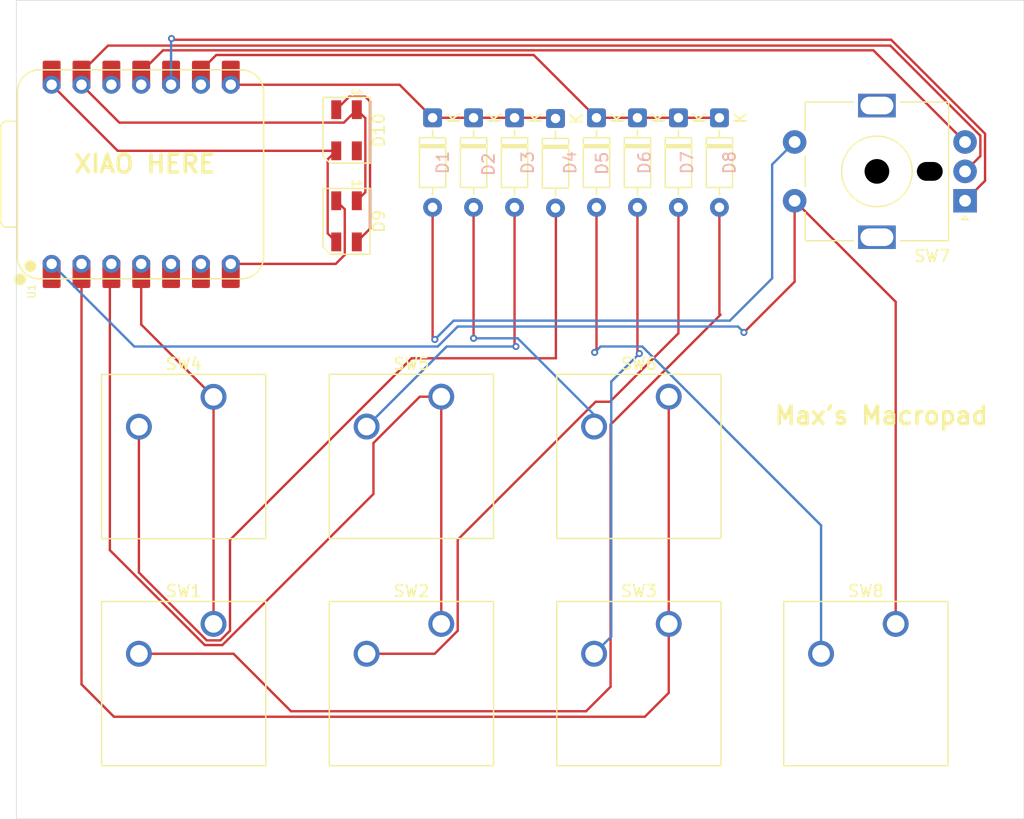
<source format=kicad_pcb>
(kicad_pcb (version 20241229) (generator "pcbnew") (generator_version "9.0")
  (layers (0 "F.Cu" signal) (2 "B.Cu" signal) (13 "F.Paste" user) (15 "B.Paste" user) (5 "F.SilkS" user "F.Silkscreen") (7 "B.SilkS" user "B.Silkscreen") (1 "F.Mask" user) (3 "B.Mask" user) (25 "Edge.Cuts" user))
  (net 0 "")
  (net 1 "Net-(D1-K)")
  (net 2 "Net-(D1-A)")
  (net 3 "Net-(D2-A)")
  (net 4 "Net-(D3-A)")
  (net 5 "Net-(D4-A)")
  (net 6 "Net-(D5-K)")
  (net 7 "Net-(D5-A)")
  (net 8 "Net-(D6-A)")
  (net 9 "Net-(D7-A)")
  (net 10 "Net-(D8-A)")
  (net 11 "Net-(D10-DIN)")
  (net 12 "Net-(D9-DIN)")
  (net 13 "GND")
  (net 14 "+5V")
  (net 16 "Net-(U1-GPIO29{slash}ADC3{slash}A3)")
  (net 17 "Net-(U1-GPIO28{slash}ADC2{slash}A2)")
  (net 18 "Net-(U1-GPIO27{slash}ADC1{slash}A1)")
  (net 19 "Net-(U1-GPIO4{slash}MISO)")
  (net 20 "Net-(U1-GPIO26{slash}ADC0{slash}A0)")
  (net 21 "Net-(U1-GPIO3{slash}MOSI)")
  (footprint "Button_Switch_Keyboard:SW_Cherry_MX_1.00u_PCB" (layer "F.Cu") (at 34.77375 68)
    (property "Reference" "SW1" (at -2.54 -2.794 0) (layer "F.SilkS"))
    (property "Value" "SW_Push")
    (fp_line (start -9.525 -1.905) (end 4.445 -1.905) (stroke (width 0.12)) (layer "F.SilkS"))
    (fp_line (start -9.525 12.065) (end -9.525 -1.905) (stroke (width 0.12)) (layer "F.SilkS"))
    (fp_line (start 4.445 -1.905) (end 4.445 12.065) (stroke (width 0.12)) (layer "F.SilkS"))
    (fp_line (start 4.445 12.065) (end -9.525 12.065) (stroke (width 0.12)) (layer "F.SilkS"))
    (pad "" np_thru_hole circle (at -7.62 5.08) (size 1.7 1.7) (drill 1.7) (layers "*.Cu" "*.Mask"))
    (pad "" np_thru_hole circle (at -2.54 5.08) (size 4 4) (drill 4) (layers "*.Cu" "*.Mask"))
    (pad "" np_thru_hole circle (at 2.54 5.08) (size 1.7 1.7) (drill 1.7) (layers "*.Cu" "*.Mask"))
    (pad "1" thru_hole circle (at 0 0) (size 2.2 2.2) (drill 1.5) (layers "*.Cu" "*.Mask") (net 16 "Net-(U1-GPIO29{slash}ADC3{slash}A3)"))
    (pad "2" thru_hole circle (at -6.35 2.54) (size 2.2 2.2) (drill 1.5) (layers "*.Cu" "*.Mask") (net 2 "Net-(D1-A)"))
  )
  (footprint "LED_SMD:LED_SK6812MINI_PLCC4_3.5x3.5mm_P1.75mm" (layer "F.Cu") (at 46.0875 26 -90)
    (property "Reference" "D10" (at 0 -2.75 90) (layer "F.SilkS"))
    (property "Value" "SK6812")
    (fp_line (start -2.8 2) (end 2.2 2) (stroke (width 0.12)) (layer "F.SilkS"))
    (fp_line (start 2.8 1.4) (end 2.2 2) (stroke (width 0.12)) (layer "F.SilkS"))
    (fp_line (start 2.8 1.4) (end 2.8 -2) (stroke (width 0.12)) (layer "F.SilkS"))
    (fp_line (start -2.8 -2) (end -2.8 2) (stroke (width 0.12)) (layer "F.SilkS"))
    (fp_line (start -2.8 -2) (end 2.8 -2) (stroke (width 0.12)) (layer "F.SilkS"))
    (fp_text user "1" (at -3.2 -0.875 270) (layer "F.SilkS") (effects (font (size 0.8 0.8))))
    (pad "1" smd rect (at -1.75 -0.875 270) (size 1.6 0.85) (layers "F.Cu" "F.Mask" "F.Paste") (net 13 "GND"))
    (pad "2" smd rect (at -1.75 0.875 270) (size 1.6 0.85) (layers "F.Cu" "F.Mask" "F.Paste") (net 11 "Net-(D10-DIN)"))
    (pad "3" smd rect (at 1.75 0.875 270) (size 1.6 0.85) (layers "F.Cu" "F.Mask" "F.Paste") (net 14 "+5V"))
    (pad "4" smd rect (at 1.75 -0.875 270) (size 1.6 0.85) (layers "F.Cu" "F.Mask" "F.Paste"))
  )
  (footprint "Diode_THT:D_DO-35_SOD27_P7.62mm_Horizontal" (layer "F.Cu") (at 70.841071 24.94 -90)
    (property "Reference" "D3" (at 3.81 9.34 90) (layer "B.SilkS"))
    (property "Value" "1N4148" (hide yes))
    (fp_line (start 1.04 0) (end 1.69 0) (stroke (width 0.12)) (layer "F.SilkS"))
    (fp_line (start 6.58 0) (end 5.93 0) (stroke (width 0.12)) (layer "F.SilkS"))
    (fp_line (start 2.29 -1.12) (end 2.29 1.12) (stroke (width 0.12)) (layer "F.SilkS"))
    (fp_line (start 2.41 -1.12) (end 2.41 1.12) (stroke (width 0.12)) (layer "F.SilkS"))
    (fp_line (start 2.53 -1.12) (end 2.53 1.12) (stroke (width 0.12)) (layer "F.SilkS"))
    (fp_rect (start 1.69 -1.12) (end 5.93 1.12) (stroke (width 0.12)) (fill no) (layer "F.SilkS"))
    (fp_text user "K" (at 0 -1.8 90) (layer "F.SilkS"))
    (pad "1" thru_hole roundrect (at 0 0 270) (size 1.6 1.6) (drill 0.8) (layers "*.Cu" "*.Mask") (roundrect_rratio 0.15625) (net 1 "Net-(D1-K)"))
    (pad "2" thru_hole circle (at 7.62 0 270) (size 1.6 1.6) (drill 0.8) (layers "*.Cu" "*.Mask") (net 4 "Net-(D3-A)"))
  )
  (footprint "Button_Switch_Keyboard:SW_Cherry_MX_1.00u_PCB" (layer "F.Cu") (at 54.1475 48.67)
    (property "Reference" "SW5" (at -2.54 -2.794 0) (layer "F.SilkS"))
    (property "Value" "SW_Push")
    (fp_line (start -9.525 -1.905) (end 4.445 -1.905) (stroke (width 0.12)) (layer "F.SilkS"))
    (fp_line (start -9.525 12.065) (end -9.525 -1.905) (stroke (width 0.12)) (layer "F.SilkS"))
    (fp_line (start 4.445 -1.905) (end 4.445 12.065) (stroke (width 0.12)) (layer "F.SilkS"))
    (fp_line (start 4.445 12.065) (end -9.525 12.065) (stroke (width 0.12)) (layer "F.SilkS"))
    (pad "" np_thru_hole circle (at -7.62 5.08) (size 1.7 1.7) (drill 1.7) (layers "*.Cu" "*.Mask"))
    (pad "" np_thru_hole circle (at -2.54 5.08) (size 4 4) (drill 4) (layers "*.Cu" "*.Mask"))
    (pad "" np_thru_hole circle (at 2.54 5.08) (size 1.7 1.7) (drill 1.7) (layers "*.Cu" "*.Mask"))
    (pad "1" thru_hole circle (at 0 0) (size 2.2 2.2) (drill 1.5) (layers "*.Cu" "*.Mask") (net 17 "Net-(U1-GPIO28{slash}ADC2{slash}A2)"))
    (pad "2" thru_hole circle (at -6.35 2.54) (size 2.2 2.2) (drill 1.5) (layers "*.Cu" "*.Mask") (net 8 "Net-(D6-A)"))
  )
  (footprint "Button_Switch_Keyboard:SW_Cherry_MX_1.00u_PCB" (layer "F.Cu") (at 54.1475 68)
    (property "Reference" "SW2" (at -2.54 -2.794 0) (layer "F.SilkS"))
    (property "Value" "SW_Push")
    (fp_line (start -9.525 -1.905) (end 4.445 -1.905) (stroke (width 0.12)) (layer "F.SilkS"))
    (fp_line (start -9.525 12.065) (end -9.525 -1.905) (stroke (width 0.12)) (layer "F.SilkS"))
    (fp_line (start 4.445 -1.905) (end 4.445 12.065) (stroke (width 0.12)) (layer "F.SilkS"))
    (fp_line (start 4.445 12.065) (end -9.525 12.065) (stroke (width 0.12)) (layer "F.SilkS"))
    (pad "" np_thru_hole circle (at -7.62 5.08) (size 1.7 1.7) (drill 1.7) (layers "*.Cu" "*.Mask"))
    (pad "" np_thru_hole circle (at -2.54 5.08) (size 4 4) (drill 4) (layers "*.Cu" "*.Mask"))
    (pad "" np_thru_hole circle (at 2.54 5.08) (size 1.7 1.7) (drill 1.7) (layers "*.Cu" "*.Mask"))
    (pad "1" thru_hole circle (at 0 0) (size 2.2 2.2) (drill 1.5) (layers "*.Cu" "*.Mask") (net 17 "Net-(U1-GPIO28{slash}ADC2{slash}A2)"))
    (pad "2" thru_hole circle (at -6.35 2.54) (size 2.2 2.2) (drill 1.5) (layers "*.Cu" "*.Mask") (net 3 "Net-(D2-A)"))
  )
  (footprint "Seeed Studio XIAO Series Library:XIAO-RP2040-DIP" (layer "F.Cu") (at 28.62 29.75 90)
    (property "Reference" "U1" (at -9.95 -9.32 90) (layer "F.SilkS") (effects (font (size 0.635 0.635) (thickness 0.1016))))
    (property "Value" "XIAO-RP2040-DIP")
    (fp_line (start -3.991272 -11.951) (end 4.004 -11.951) (stroke (width 0.127)) (layer "F.SilkS"))
    (fp_line (start 4.504 -11.451) (end 4.504 -10.541) (stroke (width 0.127)) (layer "F.SilkS"))
    (fp_line (start 6.985 -10.541) (end -6.985 -10.541) (stroke (width 0.1)) (layer "F.SilkS"))
    (fp_line (start 6.985 -10.541) (end -6.985 -10.541) (stroke (width 0.127)) (layer "F.SilkS"))
    (fp_line (start -4.495 -10.541) (end -4.491272 -11.451272) (stroke (width 0.127)) (layer "F.SilkS"))
    (fp_line (start 8.89 8.509) (end 8.89 -8.636) (stroke (width 0.127)) (layer "F.SilkS"))
    (fp_line (start -8.89 8.509) (end -8.89 -8.636) (stroke (width 0.127)) (layer "F.SilkS"))
    (fp_line (start -6.985 10.414) (end 6.985 10.414) (stroke (width 0.127)) (layer "F.SilkS"))
    (fp_arc (start 4.004 -11.951) (mid 4.357553 -11.804553) (end 4.504 -11.451) (stroke (width 0.127)) (layer "F.SilkS"))
    (fp_arc (start -4.491272 -11.451272) (mid -4.344728 -11.80464) (end -3.991272 -11.951) (stroke (width 0.127)) (layer "F.SilkS"))
    (fp_arc (start 6.985 -10.541) (mid 8.332038 -9.983038) (end 8.89 -8.636) (stroke (width 0.127)) (layer "F.SilkS"))
    (fp_arc (start -8.89 -8.636) (mid -8.332038 -9.983038) (end -6.985 -10.541) (stroke (width 0.127)) (layer "F.SilkS"))
    (fp_arc (start 8.89 8.509) (mid 8.332038 9.856038) (end 6.985 10.414) (stroke (width 0.127)) (layer "F.SilkS"))
    (fp_arc (start -6.985 10.414) (mid -8.332038 9.856038) (end -8.89 8.509) (stroke (width 0.127)) (layer "F.SilkS"))
    (fp_circle (center -8.95 -10.3) (end -8.95 -10.554) (stroke (width 0.5)) (fill yes) (layer "F.SilkS"))
    (fp_circle (center -7.807 -9.42) (end -7.807 -9.674) (stroke (width 0.5)) (fill yes) (layer "F.SilkS"))
    (pad "1" smd roundrect (at -8.455 -7.62 270) (size 2.432 1.524) (layers "F.Cu" "F.Mask") (roundrect_rratio 0.1) (net 20 "Net-(U1-GPIO26{slash}ADC0{slash}A0)"))
    (pad "1" thru_hole circle (at -7.62 -7.62 270) (size 1.524 1.524) (drill 0.889) (layers "*.Cu" "*.Mask") (net 20 "Net-(U1-GPIO26{slash}ADC0{slash}A0)"))
    (pad "2" smd roundrect (at -8.455 -5.08 270) (size 2.432 1.524) (layers "F.Cu" "F.Mask") (roundrect_rratio 0.1) (net 18 "Net-(U1-GPIO27{slash}ADC1{slash}A1)"))
    (pad "2" thru_hole circle (at -7.62 -5.08 270) (size 1.524 1.524) (drill 0.889) (layers "*.Cu" "*.Mask") (net 18 "Net-(U1-GPIO27{slash}ADC1{slash}A1)"))
    (pad "3" smd roundrect (at -8.455 -2.54 270) (size 2.432 1.524) (layers "F.Cu" "F.Mask") (roundrect_rratio 0.1) (net 17 "Net-(U1-GPIO28{slash}ADC2{slash}A2)"))
    (pad "3" thru_hole circle (at -7.62 -2.54 270) (size 1.524 1.524) (drill 0.889) (layers "*.Cu" "*.Mask") (net 17 "Net-(U1-GPIO28{slash}ADC2{slash}A2)"))
    (pad "4" smd roundrect (at -8.455 0 270) (size 2.432 1.524) (layers "F.Cu" "F.Mask") (roundrect_rratio 0.1) (net 16 "Net-(U1-GPIO29{slash}ADC3{slash}A3)"))
    (pad "4" thru_hole circle (at -7.62 0 270) (size 1.524 1.524) (drill 0.889) (layers "*.Cu" "*.Mask") (net 16 "Net-(U1-GPIO29{slash}ADC3{slash}A3)"))
    (pad "5" smd roundrect (at -8.455 2.54 270) (size 2.432 1.524) (layers "F.Cu" "F.Mask") (roundrect_rratio 0.1))
    (pad "5" thru_hole circle (at -7.62 2.54 270) (size 1.524 1.524) (drill 0.889) (layers "*.Cu" "*.Mask"))
    (pad "6" smd roundrect (at -8.455 5.08 270) (size 2.432 1.524) (layers "F.Cu" "F.Mask") (roundrect_rratio 0.1))
    (pad "6" thru_hole circle (at -7.62 5.08 270) (size 1.524 1.524) (drill 0.889) (layers "*.Cu" "*.Mask"))
    (pad "7" smd roundrect (at -8.455 7.62 270) (size 2.432 1.524) (layers "F.Cu" "F.Mask") (roundrect_rratio 0.1) (net 12 "Net-(D9-DIN)"))
    (pad "7" thru_hole circle (at -7.62 7.62 270) (size 1.524 1.524) (drill 0.889) (layers "*.Cu" "*.Mask") (net 12 "Net-(D9-DIN)"))
    (pad "8" thru_hole circle (at 7.62 7.62 90) (size 1.524 1.524) (drill 0.889) (layers "*.Cu" "*.Mask") (net 6 "Net-(D5-K)"))
    (pad "8" smd roundrect (at 8.455 7.62 90) (size 2.432 1.524) (layers "F.Cu" "F.Mask") (roundrect_rratio 0.1) (net 6 "Net-(D5-K)"))
    (pad "9" thru_hole circle (at 7.62 5.08 90) (size 1.524 1.524) (drill 0.889) (layers "*.Cu" "*.Mask") (net 1 "Net-(D1-K)"))
    (pad "9" smd roundrect (at 8.455 5.08 90) (size 2.432 1.524) (layers "F.Cu" "F.Mask") (roundrect_rratio 0.1) (net 1 "Net-(D1-K)"))
    (pad "10" thru_hole circle (at 7.62 2.54 90) (size 1.524 1.524) (drill 0.889) (layers "*.Cu" "*.Mask") (net 19 "Net-(U1-GPIO4{slash}MISO)"))
    (pad "10" smd roundrect (at 8.455 2.54 90) (size 2.432 1.524) (layers "F.Cu" "F.Mask") (roundrect_rratio 0.1) (net 19 "Net-(U1-GPIO4{slash}MISO)"))
    (pad "11" thru_hole circle (at 7.62 0 90) (size 1.524 1.524) (drill 0.889) (layers "*.Cu" "*.Mask") (net 21 "Net-(U1-GPIO3{slash}MOSI)"))
    (pad "11" smd roundrect (at 8.455 0 90) (size 2.432 1.524) (layers "F.Cu" "F.Mask") (roundrect_rratio 0.1) (net 21 "Net-(U1-GPIO3{slash}MOSI)"))
    (pad "12" thru_hole circle (at 7.62 -2.54 90) (size 1.524 1.524) (drill 0.889) (layers "*.Cu" "*.Mask"))
    (pad "12" smd roundrect (at 8.455 -2.54 90) (size 2.432 1.524) (layers "F.Cu" "F.Mask") (roundrect_rratio 0.1))
    (pad "13" thru_hole circle (at 7.62 -5.08 90) (size 1.524 1.524) (drill 0.889) (layers "*.Cu" "*.Mask") (net 13 "GND"))
    (pad "13" smd roundrect (at 8.455 -5.08 90) (size 2.432 1.524) (layers "F.Cu" "F.Mask") (roundrect_rratio 0.1) (net 13 "GND"))
    (pad "14" thru_hole circle (at 7.62 -7.62 90) (size 1.524 1.524) (drill 0.889) (layers "*.Cu" "*.Mask") (net 14 "+5V"))
    (pad "14" smd roundrect (at 8.455 -7.62 90) (size 2.432 1.524) (layers "F.Cu" "F.Mask") (roundrect_rratio 0.1) (net 14 "+5V"))
  )
  (footprint "Button_Switch_Keyboard:SW_Cherry_MX_1.00u_PCB" (layer "F.Cu") (at 73.5025 68)
    (property "Reference" "SW3" (at -2.54 -2.794 0) (layer "F.SilkS"))
    (property "Value" "SW_Push")
    (fp_line (start -9.525 -1.905) (end 4.445 -1.905) (stroke (width 0.12)) (layer "F.SilkS"))
    (fp_line (start -9.525 12.065) (end -9.525 -1.905) (stroke (width 0.12)) (layer "F.SilkS"))
    (fp_line (start 4.445 -1.905) (end 4.445 12.065) (stroke (width 0.12)) (layer "F.SilkS"))
    (fp_line (start 4.445 12.065) (end -9.525 12.065) (stroke (width 0.12)) (layer "F.SilkS"))
    (pad "" np_thru_hole circle (at -7.62 5.08) (size 1.7 1.7) (drill 1.7) (layers "*.Cu" "*.Mask"))
    (pad "" np_thru_hole circle (at -2.54 5.08) (size 4 4) (drill 4) (layers "*.Cu" "*.Mask"))
    (pad "" np_thru_hole circle (at 2.54 5.08) (size 1.7 1.7) (drill 1.7) (layers "*.Cu" "*.Mask"))
    (pad "1" thru_hole circle (at 0 0) (size 2.2 2.2) (drill 1.5) (layers "*.Cu" "*.Mask") (net 18 "Net-(U1-GPIO27{slash}ADC1{slash}A1)"))
    (pad "2" thru_hole circle (at -6.35 2.54) (size 2.2 2.2) (drill 1.5) (layers "*.Cu" "*.Mask") (net 4 "Net-(D3-A)"))
  )
  (footprint "Button_Switch_Keyboard:SW_Cherry_MX_1.00u_PCB" (layer "F.Cu") (at 92.8125 68)
    (property "Reference" "SW8" (at -2.54 -2.794 0) (layer "F.SilkS"))
    (property "Value" "SW_Push")
    (fp_line (start -9.525 -1.905) (end 4.445 -1.905) (stroke (width 0.12)) (layer "F.SilkS"))
    (fp_line (start -9.525 12.065) (end -9.525 -1.905) (stroke (width 0.12)) (layer "F.SilkS"))
    (fp_line (start 4.445 -1.905) (end 4.445 12.065) (stroke (width 0.12)) (layer "F.SilkS"))
    (fp_line (start 4.445 12.065) (end -9.525 12.065) (stroke (width 0.12)) (layer "F.SilkS"))
    (pad "" np_thru_hole circle (at -7.62 5.08) (size 1.7 1.7) (drill 1.7) (layers "*.Cu" "*.Mask"))
    (pad "" np_thru_hole circle (at -2.54 5.08) (size 4 4) (drill 4) (layers "*.Cu" "*.Mask"))
    (pad "" np_thru_hole circle (at 2.54 5.08) (size 1.7 1.7) (drill 1.7) (layers "*.Cu" "*.Mask"))
    (pad "1" thru_hole circle (at 0 0) (size 2.2 2.2) (drill 1.5) (layers "*.Cu" "*.Mask") (net 20 "Net-(U1-GPIO26{slash}ADC0{slash}A0)"))
    (pad "2" thru_hole circle (at -6.35 2.54) (size 2.2 2.2) (drill 1.5) (layers "*.Cu" "*.Mask") (net 5 "Net-(D4-A)"))
  )
  (footprint "Diode_THT:D_DO-35_SOD27_P7.62mm_Horizontal" (layer "F.Cu") (at 67.355357 24.94 -90)
    (property "Reference" "D4" (at 3.81 2.24 90) (layer "B.SilkS"))
    (property "Value" "1N4148" (hide yes))
    (fp_line (start 1.04 0) (end 1.69 0) (stroke (width 0.12)) (layer "F.SilkS"))
    (fp_line (start 6.58 0) (end 5.93 0) (stroke (width 0.12)) (layer "F.SilkS"))
    (fp_line (start 2.29 -1.12) (end 2.29 1.12) (stroke (width 0.12)) (layer "F.SilkS"))
    (fp_line (start 2.41 -1.12) (end 2.41 1.12) (stroke (width 0.12)) (layer "F.SilkS"))
    (fp_line (start 2.53 -1.12) (end 2.53 1.12) (stroke (width 0.12)) (layer "F.SilkS"))
    (fp_rect (start 1.69 -1.12) (end 5.93 1.12) (stroke (width 0.12)) (fill no) (layer "F.SilkS"))
    (fp_text user "K" (at 0 -1.8 90) (layer "F.SilkS"))
    (pad "1" thru_hole roundrect (at 0 0 270) (size 1.6 1.6) (drill 0.8) (layers "*.Cu" "*.Mask") (roundrect_rratio 0.15625) (net 1 "Net-(D1-K)"))
    (pad "2" thru_hole circle (at 7.62 0 270) (size 1.6 1.6) (drill 0.8) (layers "*.Cu" "*.Mask") (net 5 "Net-(D4-A)"))
  )
  (footprint "Button_Switch_Keyboard:SW_Cherry_MX_1.00u_PCB" (layer "F.Cu") (at 73.5025 48.67)
    (property "Reference" "SW6" (at -2.54 -2.794 0) (layer "F.SilkS"))
    (property "Value" "SW_Push")
    (fp_line (start -9.525 -1.905) (end 4.445 -1.905) (stroke (width 0.12)) (layer "F.SilkS"))
    (fp_line (start -9.525 12.065) (end -9.525 -1.905) (stroke (width 0.12)) (layer "F.SilkS"))
    (fp_line (start 4.445 -1.905) (end 4.445 12.065) (stroke (width 0.12)) (layer "F.SilkS"))
    (fp_line (start 4.445 12.065) (end -9.525 12.065) (stroke (width 0.12)) (layer "F.SilkS"))
    (pad "" np_thru_hole circle (at -7.62 5.08) (size 1.7 1.7) (drill 1.7) (layers "*.Cu" "*.Mask"))
    (pad "" np_thru_hole circle (at -2.54 5.08) (size 4 4) (drill 4) (layers "*.Cu" "*.Mask"))
    (pad "" np_thru_hole circle (at 2.54 5.08) (size 1.7 1.7) (drill 1.7) (layers "*.Cu" "*.Mask"))
    (pad "1" thru_hole circle (at 0 0) (size 2.2 2.2) (drill 1.5) (layers "*.Cu" "*.Mask") (net 18 "Net-(U1-GPIO27{slash}ADC1{slash}A1)"))
    (pad "2" thru_hole circle (at -6.35 2.54) (size 2.2 2.2) (drill 1.5) (layers "*.Cu" "*.Mask") (net 9 "Net-(D7-A)"))
  )
  (footprint "Diode_THT:D_DO-35_SOD27_P7.62mm_Horizontal" (layer "F.Cu") (at 60.383929 24.94 -90)
    (property "Reference" "D6" (at 3.81 -11.06 90) (layer "B.SilkS"))
    (property "Value" "1N4148" (hide yes))
    (fp_line (start 1.04 0) (end 1.69 0) (stroke (width 0.12)) (layer "F.SilkS"))
    (fp_line (start 6.58 0) (end 5.93 0) (stroke (width 0.12)) (layer "F.SilkS"))
    (fp_line (start 2.29 -1.12) (end 2.29 1.12) (stroke (width 0.12)) (layer "F.SilkS"))
    (fp_line (start 2.41 -1.12) (end 2.41 1.12) (stroke (width 0.12)) (layer "F.SilkS"))
    (fp_line (start 2.53 -1.12) (end 2.53 1.12) (stroke (width 0.12)) (layer "F.SilkS"))
    (fp_rect (start 1.69 -1.12) (end 5.93 1.12) (stroke (width 0.12)) (fill no) (layer "F.SilkS"))
    (fp_text user "K" (at 0 -1.8 90) (layer "F.SilkS"))
    (pad "1" thru_hole roundrect (at 0 0 270) (size 1.6 1.6) (drill 0.8) (layers "*.Cu" "*.Mask") (roundrect_rratio 0.15625) (net 6 "Net-(D5-K)"))
    (pad "2" thru_hole circle (at 7.62 0 270) (size 1.6 1.6) (drill 0.8) (layers "*.Cu" "*.Mask") (net 8 "Net-(D6-A)"))
  )
  (footprint "Diode_THT:D_DO-35_SOD27_P7.62mm_Horizontal" (layer "F.Cu") (at 77.8125 24.94 -90)
    (property "Reference" "D1" (at 3.81 23.54 90) (layer "B.SilkS"))
    (property "Value" "1N4148" (hide yes))
    (fp_line (start 1.04 0) (end 1.69 0) (stroke (width 0.12)) (layer "F.SilkS"))
    (fp_line (start 6.58 0) (end 5.93 0) (stroke (width 0.12)) (layer "F.SilkS"))
    (fp_line (start 2.29 -1.12) (end 2.29 1.12) (stroke (width 0.12)) (layer "F.SilkS"))
    (fp_line (start 2.41 -1.12) (end 2.41 1.12) (stroke (width 0.12)) (layer "F.SilkS"))
    (fp_line (start 2.53 -1.12) (end 2.53 1.12) (stroke (width 0.12)) (layer "F.SilkS"))
    (fp_rect (start 1.69 -1.12) (end 5.93 1.12) (stroke (width 0.12)) (fill no) (layer "F.SilkS"))
    (fp_text user "K" (at 0 -1.8 90) (layer "F.SilkS"))
    (pad "1" thru_hole roundrect (at 0 0 270) (size 1.6 1.6) (drill 0.8) (layers "*.Cu" "*.Mask") (roundrect_rratio 0.15625) (net 1 "Net-(D1-K)"))
    (pad "2" thru_hole circle (at 7.62 0 270) (size 1.6 1.6) (drill 0.8) (layers "*.Cu" "*.Mask") (net 2 "Net-(D1-A)"))
  )
  (footprint "Diode_THT:D_DO-35_SOD27_P7.62mm_Horizontal" (layer "F.Cu") (at 74.326786 24.94 -90)
    (property "Reference" "D2" (at 3.96 16.1575 90) (layer "B.SilkS"))
    (property "Value" "1N4148" (hide yes))
    (fp_line (start 1.04 0) (end 1.69 0) (stroke (width 0.12)) (layer "F.SilkS"))
    (fp_line (start 6.58 0) (end 5.93 0) (stroke (width 0.12)) (layer "F.SilkS"))
    (fp_line (start 2.29 -1.12) (end 2.29 1.12) (stroke (width 0.12)) (layer "F.SilkS"))
    (fp_line (start 2.41 -1.12) (end 2.41 1.12) (stroke (width 0.12)) (layer "F.SilkS"))
    (fp_line (start 2.53 -1.12) (end 2.53 1.12) (stroke (width 0.12)) (layer "F.SilkS"))
    (fp_rect (start 1.69 -1.12) (end 5.93 1.12) (stroke (width 0.12)) (fill no) (layer "F.SilkS"))
    (fp_text user "K" (at 0 -1.8 90) (layer "F.SilkS"))
    (pad "1" thru_hole roundrect (at 0 0 270) (size 1.6 1.6) (drill 0.8) (layers "*.Cu" "*.Mask") (roundrect_rratio 0.15625) (net 1 "Net-(D1-K)"))
    (pad "2" thru_hole circle (at 7.62 0 270) (size 1.6 1.6) (drill 0.8) (layers "*.Cu" "*.Mask") (net 3 "Net-(D2-A)"))
  )
  (footprint "LED_SMD:LED_SK6812MINI_PLCC4_3.5x3.5mm_P1.75mm" (layer "F.Cu") (at 46.0875 33.75 -90)
    (property "Reference" "D9" (at 0 -2.75 90) (layer "F.SilkS"))
    (property "Value" "SK6812")
    (fp_line (start -2.8 2) (end 2.2 2) (stroke (width 0.12)) (layer "F.SilkS"))
    (fp_line (start 2.8 1.4) (end 2.2 2) (stroke (width 0.12)) (layer "F.SilkS"))
    (fp_line (start 2.8 1.4) (end 2.8 -2) (stroke (width 0.12)) (layer "F.SilkS"))
    (fp_line (start -2.8 -2) (end -2.8 2) (stroke (width 0.12)) (layer "F.SilkS"))
    (fp_line (start -2.8 -2) (end 2.8 -2) (stroke (width 0.12)) (layer "F.SilkS"))
    (fp_text user "1" (at -3.2 -0.875 270) (layer "F.SilkS") (effects (font (size 0.8 0.8))))
    (pad "1" smd rect (at -1.75 -0.875 270) (size 1.6 0.85) (layers "F.Cu" "F.Mask" "F.Paste") (net 13 "GND"))
    (pad "2" smd rect (at -1.75 0.875 270) (size 1.6 0.85) (layers "F.Cu" "F.Mask" "F.Paste") (net 12 "Net-(D9-DIN)"))
    (pad "3" smd rect (at 1.75 0.875 270) (size 1.6 0.85) (layers "F.Cu" "F.Mask" "F.Paste") (net 14 "+5V"))
    (pad "4" smd rect (at 1.75 -0.875 270) (size 1.6 0.85) (layers "F.Cu" "F.Mask" "F.Paste") (net 11 "Net-(D10-DIN)"))
  )
  (footprint "Diode_THT:D_DO-35_SOD27_P7.62mm_Horizontal" (layer "F.Cu") (at 63.869643 25 -90)
    (property "Reference" "D5" (at 3.81 -3.96 90) (layer "B.SilkS"))
    (property "Value" "1N4148" (hide yes))
    (fp_line (start 1.04 0) (end 1.69 0) (stroke (width 0.12)) (layer "F.SilkS"))
    (fp_line (start 6.58 0) (end 5.93 0) (stroke (width 0.12)) (layer "F.SilkS"))
    (fp_line (start 2.29 -1.12) (end 2.29 1.12) (stroke (width 0.12)) (layer "F.SilkS"))
    (fp_line (start 2.41 -1.12) (end 2.41 1.12) (stroke (width 0.12)) (layer "F.SilkS"))
    (fp_line (start 2.53 -1.12) (end 2.53 1.12) (stroke (width 0.12)) (layer "F.SilkS"))
    (fp_rect (start 1.69 -1.12) (end 5.93 1.12) (stroke (width 0.12)) (fill no) (layer "F.SilkS"))
    (fp_text user "K" (at 0 -1.8 90) (layer "F.SilkS"))
    (pad "1" thru_hole roundrect (at 0 0 270) (size 1.6 1.6) (drill 0.8) (layers "*.Cu" "*.Mask") (roundrect_rratio 0.15625) (net 6 "Net-(D5-K)"))
    (pad "2" thru_hole circle (at 7.62 0 270) (size 1.6 1.6) (drill 0.8) (layers "*.Cu" "*.Mask") (net 7 "Net-(D5-A)"))
  )
  (footprint "Button_Switch_Keyboard:SW_Cherry_MX_1.00u_PCB" (layer "F.Cu") (at 34.77375 48.68375)
    (property "Reference" "SW4" (at -2.54 -2.794 0) (layer "F.SilkS"))
    (property "Value" "SW_Push")
    (fp_line (start -9.525 -1.905) (end 4.445 -1.905) (stroke (width 0.12)) (layer "F.SilkS"))
    (fp_line (start -9.525 12.065) (end -9.525 -1.905) (stroke (width 0.12)) (layer "F.SilkS"))
    (fp_line (start 4.445 -1.905) (end 4.445 12.065) (stroke (width 0.12)) (layer "F.SilkS"))
    (fp_line (start 4.445 12.065) (end -9.525 12.065) (stroke (width 0.12)) (layer "F.SilkS"))
    (pad "" np_thru_hole circle (at -7.62 5.08) (size 1.7 1.7) (drill 1.7) (layers "*.Cu" "*.Mask"))
    (pad "" np_thru_hole circle (at -2.54 5.08) (size 4 4) (drill 4) (layers "*.Cu" "*.Mask"))
    (pad "" np_thru_hole circle (at 2.54 5.08) (size 1.7 1.7) (drill 1.7) (layers "*.Cu" "*.Mask"))
    (pad "1" thru_hole circle (at 0 0) (size 2.2 2.2) (drill 1.5) (layers "*.Cu" "*.Mask") (net 16 "Net-(U1-GPIO29{slash}ADC3{slash}A3)"))
    (pad "2" thru_hole circle (at -6.35 2.54) (size 2.2 2.2) (drill 1.5) (layers "*.Cu" "*.Mask") (net 7 "Net-(D5-A)"))
  )
  (footprint "Diode_THT:D_DO-35_SOD27_P7.62mm_Horizontal" (layer "F.Cu") (at 53.4125 24.94 -90)
    (property "Reference" "D8" (at 3.81 -25.26 90) (layer "B.SilkS"))
    (property "Value" "1N4148")
    (fp_line (start 1.04 0) (end 1.69 0) (stroke (width 0.12)) (layer "F.SilkS"))
    (fp_line (start 6.58 0) (end 5.93 0) (stroke (width 0.12)) (layer "F.SilkS"))
    (fp_line (start 2.29 -1.12) (end 2.29 1.12) (stroke (width 0.12)) (layer "F.SilkS"))
    (fp_line (start 2.41 -1.12) (end 2.41 1.12) (stroke (width 0.12)) (layer "F.SilkS"))
    (fp_line (start 2.53 -1.12) (end 2.53 1.12) (stroke (width 0.12)) (layer "F.SilkS"))
    (fp_rect (start 1.69 -1.12) (end 5.93 1.12) (stroke (width 0.12)) (fill no) (layer "F.SilkS"))
    (fp_text user "K" (at 0 -1.8 90) (layer "F.SilkS"))
    (pad "1" thru_hole roundrect (at 0 0 270) (size 1.6 1.6) (drill 0.8) (layers "*.Cu" "*.Mask") (roundrect_rratio 0.15625) (net 6 "Net-(D5-K)"))
    (pad "2" thru_hole circle (at 7.62 0 270) (size 1.6 1.6) (drill 0.8) (layers "*.Cu" "*.Mask") (net 10 "Net-(D8-A)"))
  )
  (footprint "Diode_THT:D_DO-35_SOD27_P7.62mm_Horizontal" (layer "F.Cu") (at 56.898214 24.94 -90)
    (property "Reference" "D7" (at 3.81 -18.16 90) (layer "B.SilkS"))
    (property "Value" "1N4148" (hide yes))
    (fp_line (start 1.04 0) (end 1.69 0) (stroke (width 0.12)) (layer "F.SilkS"))
    (fp_line (start 6.58 0) (end 5.93 0) (stroke (width 0.12)) (layer "F.SilkS"))
    (fp_line (start 2.29 -1.12) (end 2.29 1.12) (stroke (width 0.12)) (layer "F.SilkS"))
    (fp_line (start 2.41 -1.12) (end 2.41 1.12) (stroke (width 0.12)) (layer "F.SilkS"))
    (fp_line (start 2.53 -1.12) (end 2.53 1.12) (stroke (width 0.12)) (layer "F.SilkS"))
    (fp_rect (start 1.69 -1.12) (end 5.93 1.12) (stroke (width 0.12)) (fill no) (layer "F.SilkS"))
    (fp_text user "K" (at 0 -1.8 90) (layer "F.SilkS"))
    (pad "1" thru_hole roundrect (at 0 0 270) (size 1.6 1.6) (drill 0.8) (layers "*.Cu" "*.Mask") (roundrect_rratio 0.15625) (net 6 "Net-(D5-K)"))
    (pad "2" thru_hole circle (at 7.62 0 270) (size 1.6 1.6) (drill 0.8) (layers "*.Cu" "*.Mask") (net 9 "Net-(D7-A)"))
  )
  (footprint "Rotary_Encoder:RotaryEncoder_Alps_EC11E-Switch_Vertical_H20mm_MountingHoles" (layer "F.Cu") (at 98.7125 32 180)
    (property "Reference" "SW7" (at 2.8 -4.7 0) (layer "F.SilkS"))
    (property "Value" "RotaryEncoder_Switch")
    (fp_line (start 13.6 8.4) (end 9.5 8.4) (stroke (width 0.12)) (layer "F.SilkS"))
    (fp_line (start 13.6 6) (end 13.6 8.4) (stroke (width 0.12)) (layer "F.SilkS"))
    (fp_line (start 13.6 1.2) (end 13.6 3.8) (stroke (width 0.12)) (layer "F.SilkS"))
    (fp_line (start 13.6 -3.4) (end 13.6 -1) (stroke (width 0.12)) (layer "F.SilkS"))
    (fp_line (start 9.5 -3.4) (end 13.6 -3.4) (stroke (width 0.12)) (layer "F.SilkS"))
    (fp_line (start 5.5 8.4) (end 1.4 8.4) (stroke (width 0.12)) (layer "F.SilkS"))
    (fp_line (start 5.5 -3.4) (end 1.4 -3.4) (stroke (width 0.12)) (layer "F.SilkS"))
    (fp_line (start 1.4 -3.4) (end 1.4 8.4) (stroke (width 0.12)) (layer "F.SilkS"))
    (fp_line (start 0.3 -1.6) (end 0 -1.3) (stroke (width 0.12)) (layer "F.SilkS"))
    (fp_line (start 0 -1.3) (end -0.3 -1.6) (stroke (width 0.12)) (layer "F.SilkS"))
    (fp_line (start -0.3 -1.6) (end 0.3 -1.6) (stroke (width 0.12)) (layer "F.SilkS"))
    (fp_circle (center 7.5 2.5) (end 10.5 2.5) (stroke (width 0.12)) (fill no) (layer "F.SilkS"))
    (pad "" np_thru_hole oval (at 3 2.5 180) (size 2.2 1.6) (drill oval 2.2 1.6) (layers "*.Mask"))
    (pad "" np_thru_hole circle (at 7.5 2.5 180) (size 2.1 2.1) (drill 2.1) (layers "*.Mask"))
    (pad "A" thru_hole rect (at 0 0 180) (size 2 2) (drill 1) (layers "*.Cu" "*.Mask") (net 19 "Net-(U1-GPIO4{slash}MISO)"))
    (pad "B" thru_hole circle (at 0 5 180) (size 2 2) (drill 1) (layers "*.Cu" "*.Mask") (net 21 "Net-(U1-GPIO3{slash}MOSI)"))
    (pad "C" thru_hole circle (at 0 2.5 180) (size 2 2) (drill 1) (layers "*.Cu" "*.Mask") (net 13 "GND"))
    (pad "MP" thru_hole rect (at 7.5 -3.1 180) (size 3.2 2) (drill oval 2.8 1.5) (layers "*.Cu" "*.Mask"))
    (pad "MP" thru_hole rect (at 7.5 8.1 180) (size 3.2 2) (drill oval 2.8 1.5) (layers "*.Cu" "*.Mask"))
    (pad "S1" thru_hole circle (at 14.5 5 180) (size 2 2) (drill 1) (layers "*.Cu" "*.Mask") (net 10 "Net-(D8-A)"))
    (pad "S2" thru_hole circle (at 14.5 0 180) (size 2 2) (drill 1) (layers "*.Cu" "*.Mask") (net 20 "Net-(U1-GPIO26{slash}ADC0{slash}A0)"))
  )
  (gr_rect (start 18 14.94375) (end 103.725 84.58125) (stroke (width 0.05)) (fill no) (layer "Edge.Cuts"))
  (gr_text "XIAO HERE" (at 22.75 29.75 0) (layer "F.SilkS") (effects (font (size 1.5 1.5) (thickness 0.3) (bold yes)) (justify left bottom)))
  (gr_text "Max's Macropad" (at 82.35 51.15625 0) (layer "F.SilkS") (effects (font (size 1.5 1.5) (thickness 0.3) (bold yes)) (justify left bottom)))
  (segment (start 70.841071 24.94) (end 74.326786 24.94) (width 0.2) (layer "F.Cu") (net 1))
  (segment (start 74.326786 24.94) (end 77.8125 24.94) (width 0.2) (layer "F.Cu") (net 1))
  (segment (start 67.355357 24.94) (end 70.841071 24.94) (width 0.2) (layer "F.Cu") (net 1))
  (segment (start 62.015357 19.6) (end 35 19.6) (width 0.2) (layer "F.Cu") (net 1))
  (segment (start 33.7 22.13) (end 33.7 20.9) (width 0.2) (layer "F.Cu") (net 1))
  (segment (start 67.355357 24.94) (end 62.015357 19.6) (width 0.2) (layer "F.Cu") (net 1))
  (segment (start 33.7 20.9) (end 35 19.6) (width 0.2) (layer "F.Cu") (net 1))
  (segment (start 36.47222 70.54) (end 41.36322 75.431) (width 0.2) (layer "F.Cu") (net 2))
  (segment (start 28.42375 70.54) (end 36.47222 70.54) (width 0.2) (layer "F.Cu") (net 2))
  (segment (start 66.469 75.431) (end 68.5535 73.3465) (width 0.2) (layer "F.Cu") (net 2))
  (segment (start 41.36322 75.431) (end 66.469 75.431) (width 0.2) (layer "F.Cu") (net 2))
  (segment (start 77.8125 41.6125) (end 77.8125 32.56) (width 0.2) (layer "F.Cu") (net 2))
  (segment (start 68.5535 73.3465) (end 68.5535 51.0465) (width 0.2) (layer "F.Cu") (net 2))
  (segment (start 77.9 41.7) (end 77.8125 41.6125) (width 0.2) (layer "F.Cu") (net 2))
  (segment (start 68.5535 51.0465) (end 77.9 41.7) (width 0.2) (layer "F.Cu") (net 2))
  (segment (start 68.5 49.1) (end 67.281186 49.1) (width 0.2) (layer "F.Cu") (net 3))
  (segment (start 74.326786 32.56) (end 74.326786 43.273214) (width 0.2) (layer "F.Cu") (net 3))
  (segment (start 53.588814 70.54) (end 47.7975 70.54) (width 0.2) (layer "F.Cu") (net 3))
  (segment (start 55.5485 68.580314) (end 53.588814 70.54) (width 0.2) (layer "F.Cu") (net 3))
  (segment (start 74.326786 43.273214) (end 68.5 49.1) (width 0.2) (layer "F.Cu") (net 3))
  (segment (start 67.281186 49.1) (end 55.5485 60.832686) (width 0.2) (layer "F.Cu") (net 3))
  (segment (start 55.5485 60.832686) (end 55.5485 68.580314) (width 0.2) (layer "F.Cu") (net 3))
  (segment (start 70.841071 32.56) (end 70.841071 44.841071) (width 0.2) (layer "F.Cu") (net 4))
  (segment (start 70.841071 44.841071) (end 71 45) (width 0.2) (layer "F.Cu") (net 4))
  (via (at 71 45) (size 0.6) (drill 0.3) (layers "F.Cu" "B.Cu") (net 4))
  (segment (start 68.6115 47.3885) (end 68.6115 69.081) (width 0.2) (layer "B.Cu") (net 4))
  (segment (start 68.6115 69.081) (end 67.1525 70.54) (width 0.2) (layer "B.Cu") (net 4))
  (segment (start 71 45) (end 68.6115 47.3885) (width 0.2) (layer "B.Cu") (net 4))
  (segment (start 67.355357 32.56) (end 67.355357 44.744643) (width 0.2) (layer "F.Cu") (net 5))
  (segment (start 67.355357 44.744643) (end 67.2 44.9) (width 0.2) (layer "F.Cu") (net 5))
  (via (at 67.2 44.9) (size 0.6) (drill 0.3) (layers "F.Cu" "B.Cu") (net 5))
  (segment (start 67.2 44.9) (end 67.701 44.399) (width 0.2) (layer "B.Cu") (net 5))
  (segment (start 86.4625 59.612557) (end 86.4625 70.54) (width 0.2) (layer "B.Cu") (net 5))
  (segment (start 71.248943 44.399) (end 86.4625 59.612557) (width 0.2) (layer "B.Cu") (net 5))
  (segment (start 67.701 44.399) (end 71.248943 44.399) (width 0.2) (layer "B.Cu") (net 5))
  (segment (start 56.898214 24.94) (end 60.383929 24.94) (width 0.2) (layer "F.Cu") (net 6))
  (segment (start 53.54 24.94) (end 53.7 25.1) (width 0.2) (layer "F.Cu") (net 6))
  (segment (start 53.4125 24.94) (end 50.6025 22.13) (width 0.2) (layer "F.Cu") (net 6))
  (segment (start 53.4125 24.94) (end 56.898214 24.94) (width 0.2) (layer "F.Cu") (net 6))
  (segment (start 63.809643 24.94) (end 63.869643 25) (width 0.2) (layer "F.Cu") (net 6))
  (segment (start 53.4125 24.94) (end 53.54 24.94) (width 0.2) (layer "F.Cu") (net 6))
  (segment (start 60.383929 24.94) (end 63.809643 24.94) (width 0.2) (layer "F.Cu") (net 6))
  (segment (start 50.6025 22.13) (end 36.24 22.13) (width 0.2) (layer "F.Cu") (net 6))
  (segment (start 34.193436 69.401) (end 28.42375 63.631314) (width 0.2) (layer "F.Cu") (net 7))
  (segment (start 63.9 32.650357) (end 63.9 45.4) (width 0.2) (layer "F.Cu") (net 7))
  (segment (start 28.42375 63.631314) (end 28.42375 51.22375) (width 0.2) (layer "F.Cu") (net 7))
  (segment (start 51.626186 45.4) (end 36.17475 60.851436) (width 0.2) (layer "F.Cu") (net 7))
  (segment (start 36.17475 68.580314) (end 35.354064 69.401) (width 0.2) (layer "F.Cu") (net 7))
  (segment (start 63.869643 32.62) (end 63.9 32.650357) (width 0.2) (layer "F.Cu") (net 7))
  (segment (start 63.9 45.4) (end 51.626186 45.4) (width 0.2) (layer "F.Cu") (net 7))
  (segment (start 35.354064 69.401) (end 34.193436 69.401) (width 0.2) (layer "F.Cu") (net 7))
  (segment (start 36.17475 60.851436) (end 36.17475 68.580314) (width 0.2) (layer "F.Cu") (net 7))
  (segment (start 60.383929 32.56) (end 60.383929 44.283929) (width 0.2) (layer "F.Cu") (net 8))
  (segment (start 60.383929 44.283929) (end 60.5 44.4) (width 0.2) (layer "F.Cu") (net 8))
  (via (at 60.5 44.4) (size 0.6) (drill 0.3) (layers "F.Cu" "B.Cu") (net 8))
  (segment (start 54.6075 44.4) (end 47.7975 51.21) (width 0.2) (layer "B.Cu") (net 8))
  (segment (start 60.5 44.4) (end 54.6075 44.4) (width 0.2) (layer "B.Cu") (net 8))
  (segment (start 56.898214 32.56) (end 56.898214 43.698214) (width 0.2) (layer "F.Cu") (net 9))
  (segment (start 56.898214 43.698214) (end 56.9 43.7) (width 0.2) (layer "F.Cu") (net 9))
  (via (at 56.9 43.7) (size 0.6) (drill 0.3) (layers "F.Cu" "B.Cu") (net 9))
  (segment (start 60.649943 43.7) (end 67.1525 50.202557) (width 0.2) (layer "B.Cu") (net 9))
  (segment (start 67.1525 50.202557) (end 67.1525 51.21) (width 0.2) (layer "B.Cu") (net 9))
  (segment (start 56.9 43.7) (end 60.649943 43.7) (width 0.2) (layer "B.Cu") (net 9))
  (segment (start 53.4125 32.56) (end 53.4125 43.6125) (width 0.2) (layer "F.Cu") (net 10))
  (segment (start 53.4125 43.6125) (end 53.6 43.8) (width 0.2) (layer "F.Cu") (net 10))
  (via (at 53.6 43.8) (size 0.6) (drill 0.3) (layers "F.Cu" "B.Cu") (net 10))
  (segment (start 55.2 42.2) (end 78.7 42.2) (width 0.2) (layer "B.Cu") (net 10))
  (segment (start 82.3 38.6) (end 82.3 28.9125) (width 0.2) (layer "B.Cu") (net 10))
  (segment (start 78.7 42.2) (end 82.3 38.6) (width 0.2) (layer "B.Cu") (net 10))
  (segment (start 53.6 43.8) (end 55.2 42.2) (width 0.2) (layer "B.Cu") (net 10))
  (segment (start 82.3 28.9125) (end 84.2125 27) (width 0.2) (layer "B.Cu") (net 10))
  (segment (start 48.0895 34.373) (end 46.9625 35.5) (width 0.2) (layer "F.Cu") (net 11))
  (segment (start 46.3135 23.149) (end 47.6885 23.149) (width 0.2) (layer "F.Cu") (net 11))
  (segment (start 45.2125 24.25) (end 46.3135 23.149) (width 0.2) (layer "F.Cu") (net 11))
  (segment (start 47.6885 23.149) (end 48.0895 23.55) (width 0.2) (layer "F.Cu") (net 11))
  (segment (start 48.0895 23.55) (end 48.0895 34.373) (width 0.2) (layer "F.Cu") (net 11))
  (segment (start 45.9385 32.726) (end 45.2125 32) (width 0.2) (layer "F.Cu") (net 12))
  (segment (start 45.1695 37.37) (end 45.9385 36.601) (width 0.2) (layer "F.Cu") (net 12))
  (segment (start 36.24 37.37) (end 45.1695 37.37) (width 0.2) (layer "F.Cu") (net 12))
  (segment (start 45.9385 36.601) (end 45.9385 32.726) (width 0.2) (layer "F.Cu") (net 12))
  (segment (start 47.6885 24.976) (end 46.9625 24.25) (width 0.2) (layer "F.Cu") (net 13))
  (segment (start 25.79437 18.798) (end 92.350392 18.798) (width 0.2) (layer "F.Cu") (net 13))
  (segment (start 46.9625 24.25) (end 45.8615 25.351) (width 0.2) (layer "F.Cu") (net 13))
  (segment (start 26.761 25.351) (end 23.54 22.13) (width 0.2) (layer "F.Cu") (net 13))
  (segment (start 47.6885 31.274) (end 47.6885 24.976) (width 0.2) (layer "F.Cu") (net 13))
  (segment (start 100.0135 26.461108) (end 100.0135 28.199) (width 0.2) (layer "F.Cu") (net 13))
  (segment (start 46.9625 32) (end 47.6885 31.274) (width 0.2) (layer "F.Cu") (net 13))
  (segment (start 23.54 22.13) (end 23.54 21.05237) (width 0.2) (layer "F.Cu") (net 13))
  (segment (start 45.8615 25.351) (end 26.761 25.351) (width 0.2) (layer "F.Cu") (net 13))
  (segment (start 92.350392 18.798) (end 100.0135 26.461108) (width 0.2) (layer "F.Cu") (net 13))
  (segment (start 100.0135 28.199) (end 98.7125 29.5) (width 0.2) (layer "F.Cu") (net 13))
  (segment (start 23.54 21.05237) (end 25.79437 18.798) (width 0.2) (layer "F.Cu") (net 13))
  (segment (start 44.4865 34.774) (end 45.2125 35.5) (width 0.2) (layer "F.Cu") (net 14))
  (segment (start 26.62 27.75) (end 45.2125 27.75) (width 0.2) (layer "F.Cu") (net 14))
  (segment (start 21 22.13) (end 26.62 27.75) (width 0.2) (layer "F.Cu") (net 14))
  (segment (start 45.2125 27.75) (end 44.4865 28.476) (width 0.2) (layer "F.Cu") (net 14))
  (segment (start 44.4865 28.476) (end 44.4865 34.774) (width 0.2) (layer "F.Cu") (net 14))
  (segment (start 34.77375 48.68375) (end 28.62 42.53) (width 0.2) (layer "F.Cu") (net 16))
  (segment (start 28.62 42.53) (end 28.62 37.37) (width 0.2) (layer "F.Cu") (net 16))
  (segment (start 34.77375 68) (end 34.77375 48.68375) (width 0.2) (layer "F.Cu") (net 16))
  (segment (start 52.318814 48.67) (end 48.377814 52.611) (width 0.2) (layer "F.Cu") (net 17))
  (segment (start 48.377814 56.94435) (end 35.520164 69.802) (width 0.2) (layer "F.Cu") (net 17))
  (segment (start 54.1475 48.67) (end 52.318814 48.67) (width 0.2) (layer "F.Cu") (net 17))
  (segment (start 25.95275 37.49725) (end 26.08 37.37) (width 0.2) (layer "F.Cu") (net 17))
  (segment (start 54.1475 68) (end 54.1475 48.67) (width 0.2) (layer "F.Cu") (net 17))
  (segment (start 48.377814 52.611) (end 48.377814 56.94435) (width 0.2) (layer "F.Cu") (net 17))
  (segment (start 34.027336 69.802) (end 25.95275 61.727414) (width 0.2) (layer "F.Cu") (net 17))
  (segment (start 35.520164 69.802) (end 34.027336 69.802) (width 0.2) (layer "F.Cu") (net 17))
  (segment (start 25.95275 61.727414) (end 25.95275 37.49725) (width 0.2) (layer "F.Cu") (net 17))
  (segment (start 26.3 75.9) (end 23.54 73.14) (width 0.2) (layer "F.Cu") (net 18))
  (segment (start 73.5025 73.864816) (end 71.467316 75.9) (width 0.2) (layer "F.Cu") (net 18))
  (segment (start 23.54 73.14) (end 23.54 37.37) (width 0.2) (layer "F.Cu") (net 18))
  (segment (start 73.5025 68) (end 73.5025 73.864816) (width 0.2) (layer "F.Cu") (net 18))
  (segment (start 73.5025 68) (end 73.5025 48.67) (width 0.2) (layer "F.Cu") (net 18))
  (segment (start 71.467316 75.9) (end 26.3 75.9) (width 0.2) (layer "F.Cu") (net 18))
  (segment (start 100.4145 26.295008) (end 92.419492 18.3) (width 0.2) (layer "F.Cu") (net 19))
  (segment (start 92.419492 18.3) (end 31.2 18.3) (width 0.2) (layer "F.Cu") (net 19))
  (segment (start 31.2 18.3) (end 31.2 18.198) (width 0.2) (layer "F.Cu") (net 19))
  (segment (start 98.7125 32) (end 100.4145 30.298) (width 0.2) (layer "F.Cu") (net 19))
  (segment (start 100.4145 30.298) (end 100.4145 26.295008) (width 0.2) (layer "F.Cu") (net 19))
  (via (at 31.2 18.198) (size 0.6) (drill 0.3) (layers "F.Cu" "B.Cu") (net 19))
  (segment (start 31.16 18.238) (end 31.16 22.13) (width 0.2) (layer "B.Cu") (net 19))
  (segment (start 31.2 18.198) (end 31.16 18.238) (width 0.2) (layer "B.Cu") (net 19))
  (segment (start 84.2125 38.8875) (end 79.9 43.2) (width 0.2) (layer "F.Cu") (net 20))
  (segment (start 92.8125 68) (end 92.8125 40.6) (width 0.2) (layer "F.Cu") (net 20))
  (segment (start 84.2125 32) (end 84.2125 38.8875) (width 0.2) (layer "F.Cu") (net 20))
  (segment (start 92.8125 40.6) (end 84.2125 32) (width 0.2) (layer "F.Cu") (net 20))
  (via (at 79.9 43.2) (size 0.6) (drill 0.3) (layers "F.Cu" "B.Cu") (net 20))
  (segment (start 28.031 44.401) (end 21 37.37) (width 0.2) (layer "B.Cu") (net 20))
  (segment (start 79.9 43.2) (end 79.4 42.7) (width 0.2) (layer "B.Cu") (net 20))
  (segment (start 79.4 42.7) (end 55.549943 42.7) (width 0.2) (layer "B.Cu") (net 20))
  (segment (start 55.549943 42.7) (end 53.848943 44.401) (width 0.2) (layer "B.Cu") (net 20))
  (segment (start 53.848943 44.401) (end 28.031 44.401) (width 0.2) (layer "B.Cu") (net 20))
  (segment (start 28.62 21.05237) (end 30.47337 19.199) (width 0.2) (layer "F.Cu") (net 21))
  (segment (start 90.9115 19.199) (end 98.7125 27) (width 0.2) (layer "F.Cu") (net 21))
  (segment (start 30.47337 19.199) (end 90.9115 19.199) (width 0.2) (layer "F.Cu") (net 21))
  (segment (start 28.62 22.13) (end 28.62 21.05237) (width 0.2) (layer "F.Cu") (net 21))
)
</source>
